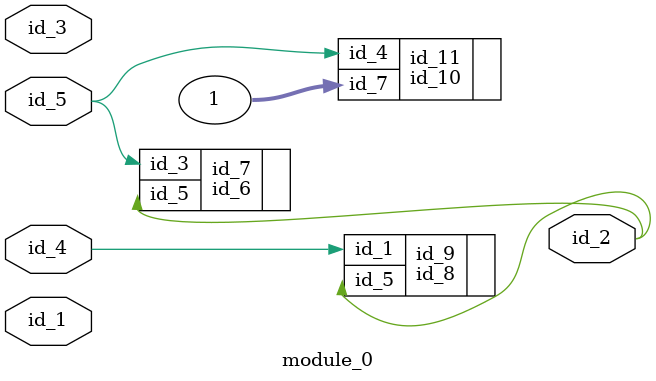
<source format=v>
module module_0 (
    id_1,
    id_2,
    id_3,
    id_4,
    id_5
);
  input id_5;
  input id_4;
  input id_3;
  output id_2;
  input id_1;
  id_6 id_7 (
      .id_5(id_2),
      .id_3(id_5)
  );
  id_8 id_9 (
      .id_5(1'h0 | id_2),
      .id_1(id_3),
      .id_1(id_4)
  );
  id_10 id_11 (
      .id_7(1),
      .id_4(id_5)
  );
endmodule

</source>
